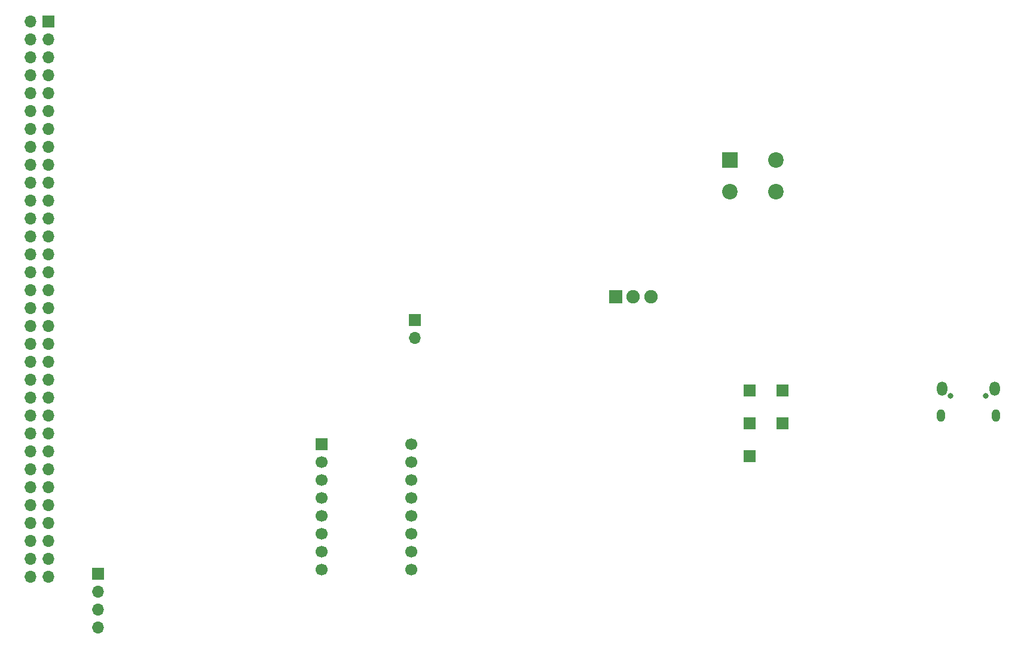
<source format=gbr>
%TF.GenerationSoftware,KiCad,Pcbnew,6.0.7+dfsg-1build1*%
%TF.CreationDate,2022-11-02T19:08:18-04:00*%
%TF.ProjectId,Fc,46632e6b-6963-4616-945f-706362585858,rev?*%
%TF.SameCoordinates,Original*%
%TF.FileFunction,Soldermask,Bot*%
%TF.FilePolarity,Negative*%
%FSLAX46Y46*%
G04 Gerber Fmt 4.6, Leading zero omitted, Abs format (unit mm)*
G04 Created by KiCad (PCBNEW 6.0.7+dfsg-1build1) date 2022-11-02 19:08:18*
%MOMM*%
%LPD*%
G01*
G04 APERTURE LIST*
%ADD10O,0.800000X0.800000*%
%ADD11O,1.450000X2.000000*%
%ADD12O,1.150000X1.800000*%
%ADD13R,1.700000X1.700000*%
%ADD14C,1.700000*%
%ADD15R,1.900000X1.900000*%
%ADD16C,1.900000*%
%ADD17O,1.700000X1.700000*%
%ADD18R,2.200000X2.200000*%
%ADD19C,2.200000*%
G04 APERTURE END LIST*
D10*
%TO.C,J8*%
X174165000Y-104560000D03*
X179165000Y-104560000D03*
D11*
X172940000Y-103510000D03*
X180390000Y-103510000D03*
D12*
X172790000Y-107310000D03*
X180540000Y-107310000D03*
%TD*%
D13*
%TO.C,J7*%
X145705000Y-108470000D03*
%TD*%
%TO.C,J6*%
X150355000Y-103820000D03*
%TD*%
%TO.C,J5*%
X145705000Y-103820000D03*
%TD*%
%TO.C,J4*%
X145705000Y-113120000D03*
%TD*%
%TO.C,J3*%
X150355000Y-108470000D03*
%TD*%
%TO.C,U10*%
X85035000Y-111435000D03*
D14*
X85035000Y-113975000D03*
X85035000Y-116515000D03*
X85035000Y-119055000D03*
X85035000Y-121595000D03*
X85035000Y-124135000D03*
X85035000Y-126675000D03*
X85035000Y-129215000D03*
X97735000Y-129215000D03*
X97735000Y-126675000D03*
X97735000Y-124135000D03*
X97735000Y-121595000D03*
X97735000Y-119055000D03*
X97735000Y-116515000D03*
X97735000Y-113975000D03*
X97735000Y-111435000D03*
%TD*%
D15*
%TO.C,S2*%
X126705000Y-90510000D03*
D16*
X129205000Y-90510000D03*
X131705000Y-90510000D03*
%TD*%
D13*
%TO.C,RPI_UART1*%
X53390000Y-129790000D03*
D17*
X53390000Y-132330000D03*
X53390000Y-134870000D03*
X53390000Y-137410000D03*
%TD*%
D18*
%TO.C,S1*%
X142875000Y-71120000D03*
D19*
X149375000Y-71120000D03*
X142875000Y-75620000D03*
X149375000Y-75620000D03*
%TD*%
D13*
%TO.C,J1*%
X98280000Y-93830000D03*
D17*
X98280000Y-96370000D03*
%TD*%
D13*
%TO.C,J2*%
X46355000Y-51435000D03*
D17*
X43815000Y-51435000D03*
X46355000Y-53975000D03*
X43815000Y-53975000D03*
X46355000Y-56515000D03*
X43815000Y-56515000D03*
X46355000Y-59055000D03*
X43815000Y-59055000D03*
X46355000Y-61595000D03*
X43815000Y-61595000D03*
X46355000Y-64135000D03*
X43815000Y-64135000D03*
X46355000Y-66675000D03*
X43815000Y-66675000D03*
X46355000Y-69215000D03*
X43815000Y-69215000D03*
X46355000Y-71755000D03*
X43815000Y-71755000D03*
X46355000Y-74295000D03*
X43815000Y-74295000D03*
X46355000Y-76835000D03*
X43815000Y-76835000D03*
X46355000Y-79375000D03*
X43815000Y-79375000D03*
X46355000Y-81915000D03*
X43815000Y-81915000D03*
X46355000Y-84455000D03*
X43815000Y-84455000D03*
X46355000Y-86995000D03*
X43815000Y-86995000D03*
X46355000Y-89535000D03*
X43815000Y-89535000D03*
X46355000Y-92075000D03*
X43815000Y-92075000D03*
X46355000Y-94615000D03*
X43815000Y-94615000D03*
X46355000Y-97155000D03*
X43815000Y-97155000D03*
X46355000Y-99695000D03*
X43815000Y-99695000D03*
X46355000Y-102235000D03*
X43815000Y-102235000D03*
X46355000Y-104775000D03*
X43815000Y-104775000D03*
X46355000Y-107315000D03*
X43815000Y-107315000D03*
X46355000Y-109855000D03*
X43815000Y-109855000D03*
X46355000Y-112395000D03*
X43815000Y-112395000D03*
X46355000Y-114935000D03*
X43815000Y-114935000D03*
X46355000Y-117475000D03*
X43815000Y-117475000D03*
X46355000Y-120015000D03*
X43815000Y-120015000D03*
X46355000Y-122555000D03*
X43815000Y-122555000D03*
X46355000Y-125095000D03*
X43815000Y-125095000D03*
X46355000Y-127635000D03*
X43815000Y-127635000D03*
X46355000Y-130175000D03*
X43815000Y-130175000D03*
%TD*%
M02*

</source>
